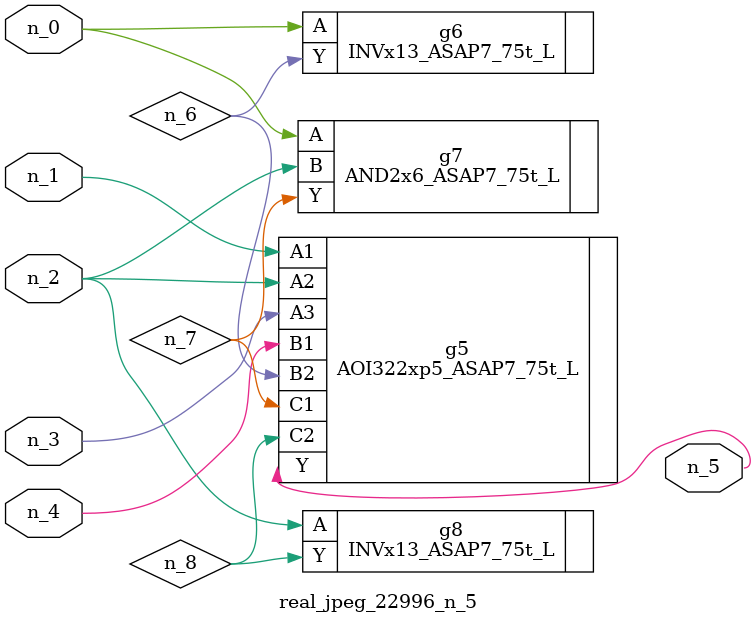
<source format=v>
module real_jpeg_22996_n_5 (n_4, n_0, n_1, n_2, n_3, n_5);

input n_4;
input n_0;
input n_1;
input n_2;
input n_3;

output n_5;

wire n_8;
wire n_6;
wire n_7;

INVx13_ASAP7_75t_L g6 ( 
.A(n_0),
.Y(n_6)
);

AND2x6_ASAP7_75t_L g7 ( 
.A(n_0),
.B(n_2),
.Y(n_7)
);

AOI322xp5_ASAP7_75t_L g5 ( 
.A1(n_1),
.A2(n_2),
.A3(n_3),
.B1(n_4),
.B2(n_6),
.C1(n_7),
.C2(n_8),
.Y(n_5)
);

INVx13_ASAP7_75t_L g8 ( 
.A(n_2),
.Y(n_8)
);


endmodule
</source>
